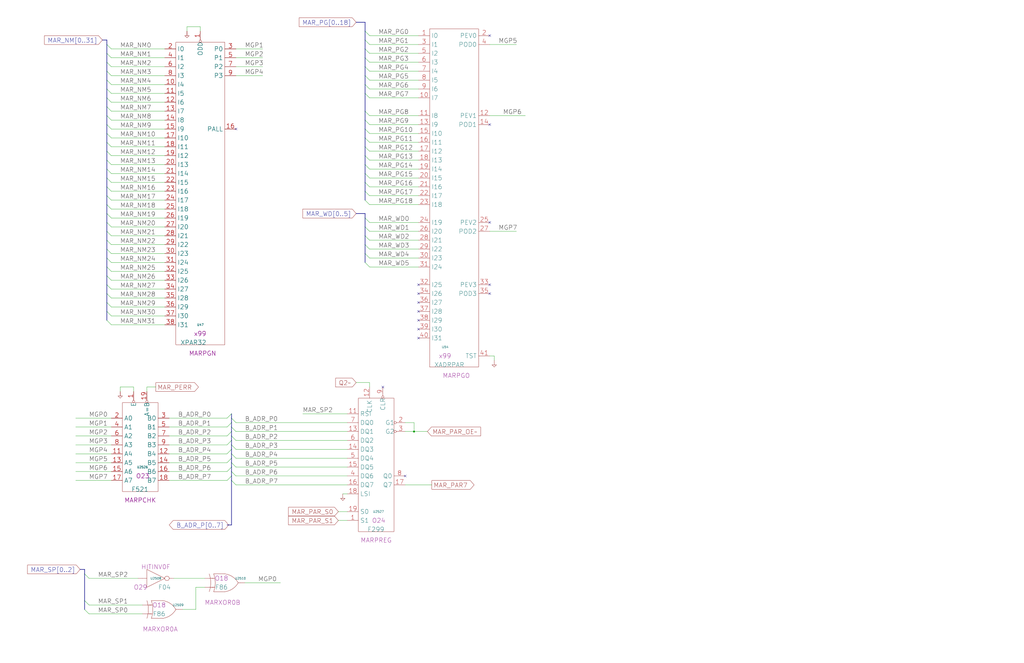
<source format=kicad_sch>
(kicad_sch (version 20230121) (generator eeschema)
  (paper "User" 584.2 378.46)
  (title_block (title "ADDRESS\\nPARITY AND HASH") (date "08-MAR-90") (rev "0.0") (comment 1 "MEM32 BOARD") (comment 2 "232-003066") (comment 3 "S400") (comment 4 "RELEASED"))
  (lib_symbols
    (symbol "r1000:F04" (pin_numbers hide) (pin_names hide)
      (property "Reference" "U" (at 0 0 0))
      (property "Value" "F04" (at 1.27 -5.08 0))
      (property "Location" "___" (at -12.7 -5.08 0))
      (property "Name" "______" (at 0 5.08 0))
      (symbol "F04_0_1"
        (polyline (pts (xy -7.62 0) (xy -5.08 0)) (stroke (width 0.1524)))
        (polyline (pts (xy -5.08 5.08) (xy -5.08 -5.08)) (stroke (width 0.1524)))
        (polyline (pts (xy 5.08 0) (xy -5.08 -5.08)) (stroke (width 0.1524)))
        (polyline (pts (xy 5.08 0) (xy -5.08 5.08)) (stroke (width 0.1524)))
        (circle (center 6.35 0) (radius 1.27) (stroke (width 0.1524)))
      )
      (symbol "F04_1_1"
        (pin input line (at -10.16 0 0) (length 2.54) (name "D0") (number "1"))
        (pin output line (at 10.16 0 180) (length 2.54) (name "Q") (number "2"))
      )
    )
    (symbol "r1000:F299" (pin_names (offset 1.016))
      (property "Reference" "U" (at 2.54 5.08 0))
      (property "Value" "F299" (at -3.81 -5.08 0))
      (property "Location" "___" (at -1.27 0 0))
      (property "Name" "______" (at 1.27 -12.7 0))
      (symbol "F299_1_1"
        (rectangle (start -8.89 69.85) (end 11.43 -6.35))
        (circle (center 5.08 70.485) (radius 0.635))
        (circle (center 12.065 50.8) (radius 0.635))
        (circle (center 12.065 55.88) (radius 0.635))
        (pin input line (at -15.24 0 0) (length 6.35) (name "S1") (number "1"))
        (pin input line (at -15.24 60.96 0) (length 6.35) (name "RSI") (number "11"))
        (pin input line (at -2.54 76.2 270) (length 6.35) (name "CLK") (number "12"))
        (pin bidirectional line (at -15.24 50.8 0) (length 6.35) (name "DQ1") (number "13"))
        (pin bidirectional line (at -15.24 40.64 0) (length 6.35) (name "DQ3") (number "14"))
        (pin bidirectional line (at -15.24 30.48 0) (length 6.35) (name "DQ5") (number "15"))
        (pin bidirectional line (at -15.24 20.32 0) (length 6.35) (name "DQ7") (number "16"))
        (pin output line (at 17.78 20.32 180) (length 6.35) (name "Q7") (number "17"))
        (pin input line (at -15.24 15.24 0) (length 6.35) (name "LSI") (number "18"))
        (pin input line (at -15.24 5.08 0) (length 6.35) (name "S0") (number "19"))
        (pin input line (at 17.78 55.88 180) (length 5.08) (name "G1") (number "2"))
        (pin input line (at 17.78 50.8 180) (length 5.08) (name "G2") (number "3"))
        (pin bidirectional line (at -15.24 25.4 0) (length 6.35) (name "DQ6") (number "4"))
        (pin bidirectional line (at -15.24 35.56 0) (length 6.35) (name "DQ4") (number "5"))
        (pin bidirectional line (at -15.24 45.72 0) (length 6.35) (name "DQ2") (number "6"))
        (pin bidirectional line (at -15.24 55.88 0) (length 6.35) (name "DQ0") (number "7"))
        (pin output line (at 17.78 25.4 180) (length 6.35) (name "Q0") (number "8"))
        (pin input line (at 5.08 76.2 270) (length 5.08) (name "CLR") (number "9"))
      )
    )
    (symbol "r1000:F521" (pin_names (offset 1.016))
      (property "Reference" "U" (at 2.54 5.08 0))
      (property "Value" "F521" (at -3.81 -7.62 0))
      (property "Location" "___" (at -1.27 0 0))
      (property "Name" "______" (at 1.27 -15.24 0))
      (symbol "F521_1_1"
        (rectangle (start -8.89 41.91) (end 11.43 -8.89))
        (circle (center -2.54 42.545) (radius 0.635))
        (circle (center 5.08 42.545) (radius 0.635))
        (pin input line (at -2.54 48.26 270) (length 5.08) (name "E") (number "1"))
        (pin input line (at -15.24 12.7 0) (length 6.35) (name "A4") (number "11"))
        (pin input line (at 17.78 12.7 180) (length 6.35) (name "B4") (number "12"))
        (pin input line (at -15.24 7.62 0) (length 6.35) (name "A5") (number "13"))
        (pin input line (at 17.78 7.62 180) (length 6.35) (name "B5") (number "14"))
        (pin input line (at -15.24 2.54 0) (length 6.35) (name "A6") (number "15"))
        (pin input line (at 17.78 2.54 180) (length 6.35) (name "B6") (number "16"))
        (pin input line (at -15.24 -2.54 0) (length 6.35) (name "A7") (number "17"))
        (pin input line (at 17.78 -2.54 180) (length 6.35) (name "B7") (number "18"))
        (pin output line (at 5.08 48.26 270) (length 5.08) (name "A=B") (number "19"))
        (pin input line (at -15.24 33.02 0) (length 6.35) (name "A0") (number "2"))
        (pin input line (at 17.78 33.02 180) (length 6.35) (name "B0") (number "3"))
        (pin input line (at -15.24 27.94 0) (length 6.35) (name "A1") (number "4"))
        (pin input line (at 17.78 27.94 180) (length 6.35) (name "B1") (number "5"))
        (pin input line (at -15.24 22.86 0) (length 6.35) (name "A2") (number "6"))
        (pin input line (at 17.78 22.86 180) (length 6.35) (name "B2") (number "7"))
        (pin input line (at -15.24 17.78 0) (length 6.35) (name "A3") (number "8"))
        (pin input line (at 17.78 17.78 180) (length 6.35) (name "B3") (number "9"))
      )
    )
    (symbol "r1000:F86" (pin_numbers hide) (pin_names hide)
      (property "Reference" "U" (at 12.7 2.54 0))
      (property "Value" "F86" (at 1.905 -2.54 0))
      (property "Location" "___" (at 1.905 2.54 0))
      (property "Name" "______" (at 2.54 -12.7 0))
      (symbol "F86_0_0"
        (arc (start -5.0873 -5.08) (mid -4.2626 0) (end -5.0873 5.08) (stroke (width 0.1524)))
        (arc (start -2.5473 -5.08) (mid -1.7226 0) (end -2.5473 5.08) (stroke (width 0.1524)))
        (polyline (pts (xy -2.54 -5.08) (xy 3.81 -5.08)) (stroke (width 0.1524)))
        (polyline (pts (xy -2.54 5.08) (xy 3.81 5.08)) (stroke (width 0.1524)))
        (arc (start 3.81 -5.08) (mid 8.2204 -3.4405) (end 11.43 0) (stroke (width 0.1524)))
        (arc (start 11.43 0) (mid 8.2216 3.4424) (end 3.81 5.08) (stroke (width 0.1524)))
      )
      (symbol "F86_0_1"
        (polyline (pts (xy -3.81 -2.54) (xy -1.905 -2.54)) (stroke (width 0.1524)))
        (polyline (pts (xy -3.81 2.54) (xy -1.905 2.54)) (stroke (width 0.1524)))
        (polyline (pts (xy 12.7 0) (xy 11.43 0)) (stroke (width 0.1524)))
      )
      (symbol "F86_1_1"
        (pin input line (at -7.62 2.54 0) (length 5.08) (name "D0") (number "1"))
        (pin input line (at -7.62 -2.54 0) (length 5.08) (name "D1") (number "2"))
        (pin output line (at 15.24 0 180) (length 2.54) (name "Q") (number "3"))
      )
    )
    (symbol "r1000:PD" (power) (pin_numbers hide) (pin_names hide) (in_bom no)
      (symbol "PD_0_1"
        (polyline (pts (xy 0 -2.54) (xy 1.27 -2.54) (xy 0 -3.81) (xy -1.27 -2.54) (xy 0 -2.54)) (stroke (width 0.1524)))
      )
      (symbol "PD_1_1"
        (pin power_in line (at 0 0 270) (length 2.54) (name "PD") (number "1"))
      )
    )
    (symbol "r1000:XADRPAR" (pin_names (offset 1.016))
      (property "Reference" "U" (at 2.54 5.08 0))
      (property "Value" "XADRPAR" (at -3.81 -5.08 0))
      (property "Location" "___" (at -1.27 0 0))
      (property "Name" "______" (at 8.89 -12.7 0))
      (symbol "XADRPAR_1_1"
        (rectangle (start -6.35 186.69) (end 21.59 -6.35))
        (pin input line (at -12.7 182.88 0) (length 6.35) (name "I0") (number "1"))
        (pin input line (at -12.7 147.32 0) (length 6.35) (name "I7") (number "10"))
        (pin input line (at -12.7 137.16 0) (length 6.35) (name "I8") (number "11"))
        (pin output line (at 27.94 137.16 180) (length 6.35) (name "PEV1") (number "12"))
        (pin input line (at -12.7 132.08 0) (length 6.35) (name "I9") (number "13"))
        (pin output line (at 27.94 132.08 180) (length 6.35) (name "POD1") (number "14"))
        (pin input line (at -12.7 127 0) (length 6.35) (name "I10") (number "15"))
        (pin input line (at -12.7 121.92 0) (length 6.35) (name "I11") (number "16"))
        (pin input line (at -12.7 116.84 0) (length 6.35) (name "I12") (number "17"))
        (pin input line (at -12.7 111.76 0) (length 6.35) (name "I13") (number "18"))
        (pin input line (at -12.7 106.68 0) (length 6.35) (name "I14") (number "19"))
        (pin output line (at 27.94 182.88 180) (length 6.35) (name "PEV0") (number "2"))
        (pin input line (at -12.7 101.6 0) (length 6.35) (name "I15") (number "20"))
        (pin input line (at -12.7 96.52 0) (length 6.35) (name "I16") (number "21"))
        (pin input line (at -12.7 91.44 0) (length 6.35) (name "I17") (number "22"))
        (pin input line (at -12.7 86.36 0) (length 6.35) (name "I18") (number "23"))
        (pin input line (at -12.7 76.2 0) (length 6.35) (name "I19") (number "24"))
        (pin output line (at 27.94 76.2 180) (length 6.35) (name "PEV2") (number "25"))
        (pin input line (at -12.7 71.12 0) (length 6.35) (name "I20") (number "26"))
        (pin output line (at 27.94 71.12 180) (length 6.35) (name "POD2") (number "27"))
        (pin input line (at -12.7 66.04 0) (length 6.35) (name "I21") (number "28"))
        (pin input line (at -12.7 60.96 0) (length 6.35) (name "I22") (number "29"))
        (pin input line (at -12.7 177.8 0) (length 6.35) (name "I1") (number "3"))
        (pin input line (at -12.7 55.88 0) (length 6.35) (name "I23") (number "30"))
        (pin input line (at -12.7 50.8 0) (length 6.35) (name "I24") (number "31"))
        (pin input line (at -12.7 40.64 0) (length 6.35) (name "I25") (number "32"))
        (pin output line (at 27.94 40.64 180) (length 6.35) (name "PEV3") (number "33"))
        (pin input line (at -12.7 35.56 0) (length 6.35) (name "I26") (number "34"))
        (pin output line (at 27.94 35.56 180) (length 6.35) (name "POD3") (number "35"))
        (pin input line (at -12.7 30.48 0) (length 6.35) (name "I27") (number "36"))
        (pin input line (at -12.7 25.4 0) (length 6.35) (name "I28") (number "37"))
        (pin input line (at -12.7 20.32 0) (length 6.35) (name "I29") (number "38"))
        (pin input line (at -12.7 15.24 0) (length 6.35) (name "I30") (number "39"))
        (pin output line (at 27.94 177.8 180) (length 6.35) (name "POD0") (number "4"))
        (pin input line (at -12.7 10.16 0) (length 6.35) (name "I31") (number "40"))
        (pin input line (at 27.94 0 180) (length 6.35) (name "TST") (number "41"))
        (pin input line (at -12.7 172.72 0) (length 6.35) (name "I2") (number "5"))
        (pin input line (at -12.7 167.64 0) (length 6.35) (name "I3") (number "6"))
        (pin input line (at -12.7 162.56 0) (length 6.35) (name "I4") (number "7"))
        (pin input line (at -12.7 157.48 0) (length 6.35) (name "I5") (number "8"))
        (pin input line (at -12.7 152.4 0) (length 6.35) (name "I6") (number "9"))
      )
    )
    (symbol "r1000:XPAR32" (pin_names (offset 1.016))
      (property "Reference" "U" (at 2.54 5.08 0))
      (property "Value" "XPAR32" (at -8.89 -5.08 0))
      (property "Location" "___" (at -1.27 0 0))
      (property "Name" "______" (at 3.81 -12.7 0))
      (symbol "XPAR32_1_1"
        (rectangle (start -11.43 166.37) (end 16.51 -6.35))
        (circle (center 2.54 167.005) (radius 0.635))
        (pin input line (at 2.54 172.72 270) (length 5.08) (name "ODD") (number "1"))
        (pin input line (at -17.78 142.24 0) (length 6.35) (name "I4") (number "10"))
        (pin input line (at -17.78 137.16 0) (length 6.35) (name "I5") (number "11"))
        (pin input line (at -17.78 132.08 0) (length 6.35) (name "I6") (number "12"))
        (pin input line (at -17.78 127 0) (length 6.35) (name "I7") (number "13"))
        (pin input line (at -17.78 121.92 0) (length 6.35) (name "I8") (number "14"))
        (pin input line (at -17.78 116.84 0) (length 6.35) (name "I9") (number "15"))
        (pin output line (at 22.86 116.84 180) (length 6.35) (name "PALL") (number "16"))
        (pin input line (at -17.78 111.76 0) (length 6.35) (name "I10") (number "17"))
        (pin input line (at -17.78 106.68 0) (length 6.35) (name "I11") (number "18"))
        (pin input line (at -17.78 101.6 0) (length 6.35) (name "I12") (number "19"))
        (pin input line (at -17.78 162.56 0) (length 6.35) (name "I0") (number "2"))
        (pin input line (at -17.78 96.52 0) (length 6.35) (name "I13") (number "20"))
        (pin input line (at -17.78 91.44 0) (length 6.35) (name "I14") (number "21"))
        (pin input line (at -17.78 86.36 0) (length 6.35) (name "I15") (number "22"))
        (pin input line (at -17.78 81.28 0) (length 6.35) (name "I16") (number "23"))
        (pin input line (at -17.78 76.2 0) (length 6.35) (name "I17") (number "24"))
        (pin input line (at -17.78 71.12 0) (length 6.35) (name "I18") (number "25"))
        (pin input line (at -17.78 66.04 0) (length 6.35) (name "I19") (number "26"))
        (pin input line (at -17.78 60.96 0) (length 6.35) (name "I20") (number "27"))
        (pin input line (at -17.78 55.88 0) (length 6.35) (name "I21") (number "28"))
        (pin input line (at -17.78 50.8 0) (length 6.35) (name "I22") (number "29"))
        (pin output line (at 22.86 162.56 180) (length 6.35) (name "P0") (number "3"))
        (pin input line (at -17.78 45.72 0) (length 6.35) (name "I23") (number "30"))
        (pin input line (at -17.78 40.64 0) (length 6.35) (name "I24") (number "31"))
        (pin input line (at -17.78 35.56 0) (length 6.35) (name "I25") (number "32"))
        (pin input line (at -17.78 30.48 0) (length 6.35) (name "I26") (number "33"))
        (pin input line (at -17.78 25.4 0) (length 6.35) (name "I27") (number "34"))
        (pin input line (at -17.78 20.32 0) (length 6.35) (name "I28") (number "35"))
        (pin input line (at -17.78 15.24 0) (length 6.35) (name "I29") (number "36"))
        (pin input line (at -17.78 10.16 0) (length 6.35) (name "I30") (number "37"))
        (pin input line (at -17.78 5.08 0) (length 6.35) (name "I31") (number "38"))
        (pin input line (at -17.78 157.48 0) (length 6.35) (name "I1") (number "4"))
        (pin output line (at 22.86 157.48 180) (length 6.35) (name "P1") (number "5"))
        (pin input line (at -17.78 152.4 0) (length 6.35) (name "I2") (number "6"))
        (pin output line (at 22.86 152.4 180) (length 6.35) (name "P2") (number "7"))
        (pin input line (at -17.78 147.32 0) (length 6.35) (name "I3") (number "8"))
        (pin output line (at 22.86 147.32 180) (length 6.35) (name "P3") (number "9"))
      )
    )
  )
  (junction (at 236.22 246.38))
  (no_connect (at 238.76 177.8))
  (no_connect (at 238.76 187.96))
  (no_connect (at 279.4 162.56))
  (no_connect (at 279.4 127))
  (no_connect (at 279.4 167.64))
  (no_connect (at 238.76 162.56))
  (no_connect (at 238.76 182.88))
  (no_connect (at 134.62 73.66))
  (no_connect (at 218.44 220.98))
  (no_connect (at 238.76 193.04))
  (no_connect (at 231.14 271.78))
  (no_connect (at 238.76 167.64))
  (no_connect (at 279.4 20.32))
  (no_connect (at 279.4 71.12))
  (no_connect (at 238.76 172.72))
  (bus_entry (at 132.08 269.24) (size 2.54 2.54))
  (bus_entry (at 60.96 116.84) (size 2.54 2.54))
  (bus_entry (at 60.96 60.96) (size 2.54 2.54))
  (bus_entry (at 60.96 45.72) (size 2.54 2.54))
  (bus_entry (at 60.96 177.8) (size 2.54 2.54))
  (bus_entry (at 60.96 167.64) (size 2.54 2.54))
  (bus_entry (at 208.28 48.26) (size 2.54 2.54))
  (bus_entry (at 60.96 172.72) (size 2.54 2.54))
  (bus_entry (at 208.28 38.1) (size 2.54 2.54))
  (bus_entry (at 60.96 55.88) (size 2.54 2.54))
  (bus_entry (at 132.08 238.76) (size 2.54 2.54))
  (bus_entry (at 60.96 81.28) (size 2.54 2.54))
  (bus_entry (at 208.28 99.06) (size 2.54 2.54))
  (bus_entry (at 132.08 256.54) (size -2.54 2.54))
  (bus_entry (at 132.08 274.32) (size 2.54 2.54))
  (bus_entry (at 60.96 132.08) (size 2.54 2.54))
  (bus_entry (at 60.96 137.16) (size 2.54 2.54))
  (bus_entry (at 60.96 162.56) (size 2.54 2.54))
  (bus_entry (at 208.28 124.46) (size 2.54 2.54))
  (bus_entry (at 208.28 83.82) (size 2.54 2.54))
  (bus_entry (at 60.96 157.48) (size 2.54 2.54))
  (bus_entry (at 60.96 35.56) (size 2.54 2.54))
  (bus_entry (at 208.28 78.74) (size 2.54 2.54))
  (bus_entry (at 132.08 266.7) (size -2.54 2.54))
  (bus_entry (at 208.28 144.78) (size 2.54 2.54))
  (bus_entry (at 60.96 182.88) (size 2.54 2.54))
  (bus_entry (at 132.08 248.92) (size 2.54 2.54))
  (bus_entry (at 48.26 347.98) (size 2.54 2.54))
  (bus_entry (at 60.96 127) (size 2.54 2.54))
  (bus_entry (at 60.96 147.32) (size 2.54 2.54))
  (bus_entry (at 208.28 129.54) (size 2.54 2.54))
  (bus_entry (at 60.96 106.68) (size 2.54 2.54))
  (bus_entry (at 60.96 121.92) (size 2.54 2.54))
  (bus_entry (at 208.28 68.58) (size 2.54 2.54))
  (bus_entry (at 48.26 327.66) (size 2.54 2.54))
  (bus_entry (at 60.96 142.24) (size 2.54 2.54))
  (bus_entry (at 132.08 251.46) (size -2.54 2.54))
  (bus_entry (at 208.28 88.9) (size 2.54 2.54))
  (bus_entry (at 132.08 241.3) (size -2.54 2.54))
  (bus_entry (at 208.28 93.98) (size 2.54 2.54))
  (bus_entry (at 60.96 66.04) (size 2.54 2.54))
  (bus_entry (at 60.96 152.4) (size 2.54 2.54))
  (bus_entry (at 60.96 111.76) (size 2.54 2.54))
  (bus_entry (at 132.08 236.22) (size -2.54 2.54))
  (bus_entry (at 132.08 246.38) (size -2.54 2.54))
  (bus_entry (at 132.08 254) (size 2.54 2.54))
  (bus_entry (at 132.08 243.84) (size 2.54 2.54))
  (bus_entry (at 208.28 53.34) (size 2.54 2.54))
  (bus_entry (at 60.96 86.36) (size 2.54 2.54))
  (bus_entry (at 208.28 109.22) (size 2.54 2.54))
  (bus_entry (at 208.28 43.18) (size 2.54 2.54))
  (bus_entry (at 208.28 63.5) (size 2.54 2.54))
  (bus_entry (at 132.08 259.08) (size 2.54 2.54))
  (bus_entry (at 60.96 76.2) (size 2.54 2.54))
  (bus_entry (at 60.96 101.6) (size 2.54 2.54))
  (bus_entry (at 132.08 264.16) (size 2.54 2.54))
  (bus_entry (at 132.08 261.62) (size -2.54 2.54))
  (bus_entry (at 60.96 50.8) (size 2.54 2.54))
  (bus_entry (at 208.28 73.66) (size 2.54 2.54))
  (bus_entry (at 208.28 27.94) (size 2.54 2.54))
  (bus_entry (at 208.28 114.3) (size 2.54 2.54))
  (bus_entry (at 60.96 71.12) (size 2.54 2.54))
  (bus_entry (at 208.28 17.78) (size 2.54 2.54))
  (bus_entry (at 60.96 40.64) (size 2.54 2.54))
  (bus_entry (at 60.96 91.44) (size 2.54 2.54))
  (bus_entry (at 208.28 134.62) (size 2.54 2.54))
  (bus_entry (at 132.08 271.78) (size -2.54 2.54))
  (bus_entry (at 208.28 22.86) (size 2.54 2.54))
  (bus_entry (at 60.96 30.48) (size 2.54 2.54))
  (bus_entry (at 208.28 104.14) (size 2.54 2.54))
  (bus_entry (at 48.26 342.9) (size 2.54 2.54))
  (bus_entry (at 208.28 33.02) (size 2.54 2.54))
  (bus_entry (at 208.28 139.7) (size 2.54 2.54))
  (bus_entry (at 60.96 96.52) (size 2.54 2.54))
  (bus_entry (at 60.96 25.4) (size 2.54 2.54))
  (bus_entry (at 208.28 149.86) (size 2.54 2.54))
  (bus (pts (xy 45.72 325.12) (xy 48.26 325.12)))
  (wire (pts (xy 210.82 96.52) (xy 238.76 96.52)))
  (wire (pts (xy 210.82 76.2) (xy 238.76 76.2)))
  (bus (pts (xy 58.42 22.86) (xy 60.96 22.86)))
  (wire (pts (xy 43.18 264.16) (xy 63.5 264.16)))
  (wire (pts (xy 96.52 264.16) (xy 129.54 264.16)))
  (wire (pts (xy 210.82 101.6) (xy 238.76 101.6)))
  (bus (pts (xy 208.28 68.58) (xy 208.28 73.66)))
  (bus (pts (xy 60.96 96.52) (xy 60.96 101.6)))
  (bus (pts (xy 60.96 111.76) (xy 60.96 116.84)))
  (wire (pts (xy 210.82 132.08) (xy 238.76 132.08)))
  (wire (pts (xy 281.94 205.74) (xy 281.94 203.2)))
  (bus (pts (xy 132.08 251.46) (xy 132.08 254)))
  (bus (pts (xy 60.96 142.24) (xy 60.96 147.32)))
  (wire (pts (xy 210.82 20.32) (xy 238.76 20.32)))
  (wire (pts (xy 96.52 269.24) (xy 129.54 269.24)))
  (wire (pts (xy 63.5 175.26) (xy 93.98 175.26)))
  (bus (pts (xy 208.28 73.66) (xy 208.28 78.74)))
  (wire (pts (xy 134.62 241.3) (xy 198.12 241.3)))
  (wire (pts (xy 210.82 116.84) (xy 238.76 116.84)))
  (wire (pts (xy 210.82 81.28) (xy 238.76 81.28)))
  (bus (pts (xy 132.08 269.24) (xy 132.08 271.78)))
  (wire (pts (xy 63.5 114.3) (xy 93.98 114.3)))
  (wire (pts (xy 50.8 350.52) (xy 81.28 350.52)))
  (wire (pts (xy 63.5 38.1) (xy 93.98 38.1)))
  (wire (pts (xy 63.5 170.18) (xy 93.98 170.18)))
  (wire (pts (xy 63.5 93.98) (xy 93.98 93.98)))
  (wire (pts (xy 63.5 78.74) (xy 93.98 78.74)))
  (wire (pts (xy 139.7 332.74) (xy 160.02 332.74)))
  (bus (pts (xy 132.08 236.22) (xy 132.08 238.76)))
  (wire (pts (xy 210.82 137.16) (xy 238.76 137.16)))
  (bus (pts (xy 208.28 83.82) (xy 208.28 88.9)))
  (wire (pts (xy 63.5 134.62) (xy 93.98 134.62)))
  (bus (pts (xy 132.08 248.92) (xy 132.08 251.46)))
  (wire (pts (xy 236.22 241.3) (xy 231.14 241.3)))
  (wire (pts (xy 210.82 71.12) (xy 238.76 71.12)))
  (wire (pts (xy 63.5 48.26) (xy 93.98 48.26)))
  (wire (pts (xy 96.52 248.92) (xy 129.54 248.92)))
  (bus (pts (xy 60.96 55.88) (xy 60.96 60.96)))
  (bus (pts (xy 60.96 132.08) (xy 60.96 137.16)))
  (wire (pts (xy 63.5 109.22) (xy 93.98 109.22)))
  (wire (pts (xy 104.14 347.98) (xy 111.76 347.98)))
  (wire (pts (xy 210.82 147.32) (xy 238.76 147.32)))
  (wire (pts (xy 63.5 139.7) (xy 93.98 139.7)))
  (wire (pts (xy 281.94 203.2) (xy 279.4 203.2)))
  (bus (pts (xy 60.96 157.48) (xy 60.96 162.56)))
  (wire (pts (xy 96.52 259.08) (xy 129.54 259.08)))
  (bus (pts (xy 60.96 25.4) (xy 60.96 30.48)))
  (bus (pts (xy 60.96 81.28) (xy 60.96 86.36)))
  (bus (pts (xy 208.28 48.26) (xy 208.28 53.34)))
  (bus (pts (xy 208.28 121.92) (xy 208.28 124.46)))
  (bus (pts (xy 60.96 76.2) (xy 60.96 81.28)))
  (wire (pts (xy 88.9 220.98) (xy 83.82 220.98)))
  (wire (pts (xy 63.5 144.78) (xy 93.98 144.78)))
  (wire (pts (xy 193.04 297.18) (xy 198.12 297.18)))
  (wire (pts (xy 63.5 129.54) (xy 93.98 129.54)))
  (wire (pts (xy 43.18 269.24) (xy 63.5 269.24)))
  (wire (pts (xy 63.5 180.34) (xy 93.98 180.34)))
  (bus (pts (xy 132.08 238.76) (xy 132.08 241.3)))
  (wire (pts (xy 50.8 330.2) (xy 78.74 330.2)))
  (bus (pts (xy 208.28 27.94) (xy 208.28 33.02)))
  (wire (pts (xy 106.68 15.24) (xy 114.3 15.24)))
  (bus (pts (xy 60.96 106.68) (xy 60.96 111.76)))
  (wire (pts (xy 63.5 43.18) (xy 93.98 43.18)))
  (wire (pts (xy 279.4 66.04) (xy 299.72 66.04)))
  (bus (pts (xy 60.96 137.16) (xy 60.96 142.24)))
  (bus (pts (xy 60.96 50.8) (xy 60.96 55.88)))
  (wire (pts (xy 210.82 30.48) (xy 238.76 30.48)))
  (wire (pts (xy 99.06 330.2) (xy 116.84 330.2)))
  (wire (pts (xy 63.5 63.5) (xy 93.98 63.5)))
  (wire (pts (xy 279.4 132.08) (xy 294.64 132.08)))
  (bus (pts (xy 48.26 342.9) (xy 48.26 347.98)))
  (wire (pts (xy 96.52 243.84) (xy 129.54 243.84)))
  (wire (pts (xy 134.62 266.7) (xy 198.12 266.7)))
  (bus (pts (xy 132.08 259.08) (xy 132.08 261.62)))
  (wire (pts (xy 43.18 254) (xy 63.5 254)))
  (bus (pts (xy 208.28 53.34) (xy 208.28 63.5)))
  (bus (pts (xy 60.96 86.36) (xy 60.96 91.44)))
  (wire (pts (xy 210.82 142.24) (xy 238.76 142.24)))
  (bus (pts (xy 132.08 254) (xy 132.08 256.54)))
  (bus (pts (xy 48.26 325.12) (xy 48.26 327.66)))
  (wire (pts (xy 210.82 127) (xy 238.76 127)))
  (wire (pts (xy 43.18 248.92) (xy 63.5 248.92)))
  (bus (pts (xy 208.28 134.62) (xy 208.28 139.7)))
  (wire (pts (xy 231.14 276.86) (xy 246.38 276.86)))
  (wire (pts (xy 63.5 83.82) (xy 93.98 83.82)))
  (bus (pts (xy 60.96 152.4) (xy 60.96 157.48)))
  (wire (pts (xy 63.5 58.42) (xy 93.98 58.42)))
  (bus (pts (xy 208.28 104.14) (xy 208.28 109.22)))
  (bus (pts (xy 208.28 129.54) (xy 208.28 134.62)))
  (wire (pts (xy 63.5 119.38) (xy 93.98 119.38)))
  (bus (pts (xy 208.28 17.78) (xy 208.28 22.86)))
  (bus (pts (xy 60.96 167.64) (xy 60.96 172.72)))
  (wire (pts (xy 210.82 91.44) (xy 238.76 91.44)))
  (wire (pts (xy 134.62 246.38) (xy 198.12 246.38)))
  (wire (pts (xy 63.5 53.34) (xy 93.98 53.34)))
  (wire (pts (xy 210.82 25.4) (xy 238.76 25.4)))
  (wire (pts (xy 63.5 160.02) (xy 93.98 160.02)))
  (wire (pts (xy 134.62 276.86) (xy 198.12 276.86)))
  (wire (pts (xy 83.82 220.98) (xy 83.82 223.52)))
  (bus (pts (xy 132.08 264.16) (xy 132.08 266.7)))
  (bus (pts (xy 60.96 172.72) (xy 60.96 177.8)))
  (wire (pts (xy 63.5 73.66) (xy 93.98 73.66)))
  (wire (pts (xy 210.82 40.64) (xy 238.76 40.64)))
  (bus (pts (xy 208.28 63.5) (xy 208.28 68.58)))
  (bus (pts (xy 132.08 271.78) (xy 132.08 274.32)))
  (wire (pts (xy 63.5 185.42) (xy 93.98 185.42)))
  (bus (pts (xy 60.96 147.32) (xy 60.96 152.4)))
  (bus (pts (xy 132.08 261.62) (xy 132.08 264.16)))
  (bus (pts (xy 60.96 121.92) (xy 60.96 127)))
  (wire (pts (xy 210.82 35.56) (xy 238.76 35.56)))
  (wire (pts (xy 134.62 271.78) (xy 198.12 271.78)))
  (wire (pts (xy 43.18 243.84) (xy 63.5 243.84)))
  (wire (pts (xy 63.5 104.14) (xy 93.98 104.14)))
  (wire (pts (xy 63.5 68.58) (xy 93.98 68.58)))
  (wire (pts (xy 43.18 259.08) (xy 63.5 259.08)))
  (wire (pts (xy 43.18 238.76) (xy 63.5 238.76)))
  (wire (pts (xy 210.82 152.4) (xy 238.76 152.4)))
  (wire (pts (xy 96.52 274.32) (xy 129.54 274.32)))
  (wire (pts (xy 50.8 345.44) (xy 81.28 345.44)))
  (wire (pts (xy 63.5 88.9) (xy 93.98 88.9)))
  (bus (pts (xy 208.28 43.18) (xy 208.28 48.26)))
  (bus (pts (xy 208.28 38.1) (xy 208.28 43.18)))
  (bus (pts (xy 60.96 116.84) (xy 60.96 121.92)))
  (bus (pts (xy 203.2 121.92) (xy 208.28 121.92)))
  (bus (pts (xy 208.28 78.74) (xy 208.28 83.82)))
  (wire (pts (xy 76.2 220.98) (xy 76.2 223.52)))
  (bus (pts (xy 208.28 109.22) (xy 208.28 114.3)))
  (bus (pts (xy 208.28 139.7) (xy 208.28 144.78)))
  (wire (pts (xy 134.62 43.18) (xy 149.86 43.18)))
  (bus (pts (xy 208.28 33.02) (xy 208.28 38.1)))
  (wire (pts (xy 210.82 50.8) (xy 238.76 50.8)))
  (wire (pts (xy 195.58 281.94) (xy 198.12 281.94)))
  (wire (pts (xy 210.82 45.72) (xy 238.76 45.72)))
  (bus (pts (xy 132.08 241.3) (xy 132.08 243.84)))
  (bus (pts (xy 60.96 35.56) (xy 60.96 40.64)))
  (wire (pts (xy 210.82 218.44) (xy 210.82 220.98)))
  (bus (pts (xy 129.54 299.72) (xy 132.08 299.72)))
  (bus (pts (xy 208.28 88.9) (xy 208.28 93.98)))
  (bus (pts (xy 132.08 243.84) (xy 132.08 246.38)))
  (bus (pts (xy 208.28 144.78) (xy 208.28 149.86)))
  (bus (pts (xy 60.96 45.72) (xy 60.96 50.8)))
  (bus (pts (xy 208.28 99.06) (xy 208.28 104.14)))
  (wire (pts (xy 210.82 86.36) (xy 238.76 86.36)))
  (wire (pts (xy 279.4 25.4) (xy 294.64 25.4)))
  (wire (pts (xy 96.52 238.76) (xy 129.54 238.76)))
  (wire (pts (xy 63.5 165.1) (xy 93.98 165.1)))
  (wire (pts (xy 134.62 38.1) (xy 149.86 38.1)))
  (wire (pts (xy 210.82 55.88) (xy 238.76 55.88)))
  (bus (pts (xy 60.96 127) (xy 60.96 132.08)))
  (bus (pts (xy 48.26 327.66) (xy 48.26 342.9)))
  (wire (pts (xy 63.5 149.86) (xy 93.98 149.86)))
  (wire (pts (xy 210.82 66.04) (xy 238.76 66.04)))
  (bus (pts (xy 132.08 246.38) (xy 132.08 248.92)))
  (wire (pts (xy 68.58 220.98) (xy 76.2 220.98)))
  (wire (pts (xy 111.76 335.28) (xy 116.84 335.28)))
  (bus (pts (xy 60.96 40.64) (xy 60.96 45.72)))
  (wire (pts (xy 236.22 246.38) (xy 236.22 241.3)))
  (bus (pts (xy 203.2 12.7) (xy 208.28 12.7)))
  (bus (pts (xy 208.28 93.98) (xy 208.28 99.06)))
  (bus (pts (xy 132.08 256.54) (xy 132.08 259.08)))
  (bus (pts (xy 60.96 71.12) (xy 60.96 76.2)))
  (wire (pts (xy 172.72 236.22) (xy 198.12 236.22)))
  (bus (pts (xy 60.96 162.56) (xy 60.96 167.64)))
  (wire (pts (xy 68.58 220.98) (xy 68.58 223.52)))
  (wire (pts (xy 96.52 254) (xy 129.54 254)))
  (bus (pts (xy 60.96 91.44) (xy 60.96 96.52)))
  (bus (pts (xy 60.96 60.96) (xy 60.96 66.04)))
  (wire (pts (xy 63.5 99.06) (xy 93.98 99.06)))
  (wire (pts (xy 134.62 261.62) (xy 198.12 261.62)))
  (bus (pts (xy 132.08 274.32) (xy 132.08 299.72)))
  (wire (pts (xy 114.3 15.24) (xy 114.3 17.78)))
  (wire (pts (xy 63.5 124.46) (xy 93.98 124.46)))
  (bus (pts (xy 60.96 66.04) (xy 60.96 71.12)))
  (wire (pts (xy 111.76 347.98) (xy 111.76 335.28)))
  (wire (pts (xy 231.14 246.38) (xy 236.22 246.38)))
  (wire (pts (xy 106.68 17.78) (xy 106.68 15.24)))
  (bus (pts (xy 132.08 266.7) (xy 132.08 269.24)))
  (wire (pts (xy 43.18 274.32) (xy 63.5 274.32)))
  (wire (pts (xy 63.5 154.94) (xy 93.98 154.94)))
  (wire (pts (xy 134.62 27.94) (xy 149.86 27.94)))
  (wire (pts (xy 134.62 33.02) (xy 149.86 33.02)))
  (wire (pts (xy 134.62 256.54) (xy 198.12 256.54)))
  (wire (pts (xy 210.82 111.76) (xy 238.76 111.76)))
  (wire (pts (xy 236.22 246.38) (xy 243.84 246.38)))
  (bus (pts (xy 208.28 22.86) (xy 208.28 27.94)))
  (wire (pts (xy 134.62 251.46) (xy 198.12 251.46)))
  (bus (pts (xy 60.96 177.8) (xy 60.96 182.88)))
  (bus (pts (xy 60.96 30.48) (xy 60.96 35.56)))
  (wire (pts (xy 210.82 106.68) (xy 238.76 106.68)))
  (bus (pts (xy 60.96 101.6) (xy 60.96 106.68)))
  (wire (pts (xy 63.5 33.02) (xy 93.98 33.02)))
  (wire (pts (xy 193.04 292.1) (xy 198.12 292.1)))
  (wire (pts (xy 63.5 27.94) (xy 93.98 27.94)))
  (bus (pts (xy 208.28 12.7) (xy 208.28 17.78)))
  (wire (pts (xy 203.2 218.44) (xy 210.82 218.44)))
  (bus (pts (xy 60.96 22.86) (xy 60.96 25.4)))
  (bus (pts (xy 208.28 124.46) (xy 208.28 129.54)))
  (label "MAR_NM23" (at 68.58 144.78 0) (effects (font (size 2.54 2.54))))
  (label "MAR_NM30" (at 68.58 180.34 0) (effects (font (size 2.54 2.54))))
  (label "MAR_WD5" (at 215.9 152.4 0) (effects (font (size 2.54 2.54))))
  (label "B_ADR_P6" (at 139.7 271.78 0) (effects (font (size 2.54 2.54))))
  (label "MAR_PG5" (at 215.9 45.72 0) (effects (font (size 2.54 2.54))))
  (label "MAR_NM3" (at 68.58 43.18 0) (effects (font (size 2.54 2.54))))
  (label "MAR_NM18" (at 68.58 119.38 0) (effects (font (size 2.54 2.54))))
  (label "MGP2" (at 139.7 33.02 0) (effects (font (size 2.54 2.54))))
  (label "MAR_NM25" (at 68.58 154.94 0) (effects (font (size 2.54 2.54))))
  (label "MAR_NM14" (at 68.58 99.06 0) (effects (font (size 2.54 2.54))))
  (label "MAR_PG8" (at 215.9 66.04 0) (effects (font (size 2.54 2.54))))
  (label "MAR_NM26" (at 68.58 160.02 0) (effects (font (size 2.54 2.54))))
  (label "MAR_PG6" (at 215.9 50.8 0) (effects (font (size 2.54 2.54))))
  (label "MGP3" (at 139.7 38.1 0) (effects (font (size 2.54 2.54))))
  (label "MGP2" (at 50.8 248.92 0) (effects (font (size 2.54 2.54))))
  (label "MAR_PG3" (at 215.9 35.56 0) (effects (font (size 2.54 2.54))))
  (label "MAR_PG17" (at 215.9 111.76 0) (effects (font (size 2.54 2.54))))
  (label "MGP6" (at 50.8 269.24 0) (effects (font (size 2.54 2.54))))
  (label "MGP1" (at 50.8 243.84 0) (effects (font (size 2.54 2.54))))
  (label "B_ADR_P4" (at 139.7 261.62 0) (effects (font (size 2.54 2.54))))
  (label "MAR_NM12" (at 68.58 88.9 0) (effects (font (size 2.54 2.54))))
  (label "MAR_NM16" (at 68.58 109.22 0) (effects (font (size 2.54 2.54))))
  (label "MAR_PG9" (at 215.9 71.12 0) (effects (font (size 2.54 2.54))))
  (label "MAR_NM2" (at 68.58 38.1 0) (effects (font (size 2.54 2.54))))
  (label "MAR_NM22" (at 68.58 139.7 0) (effects (font (size 2.54 2.54))))
  (label "B_ADR_P2" (at 139.7 251.46 0) (effects (font (size 2.54 2.54))))
  (label "MAR_SP0" (at 55.88 350.52 0) (effects (font (size 2.54 2.54))))
  (label "MGP5" (at 284.48 25.4 0) (effects (font (size 2.54 2.54))))
  (label "MAR_NM0" (at 68.58 27.94 0) (effects (font (size 2.54 2.54))))
  (label "MAR_NM24" (at 68.58 149.86 0) (effects (font (size 2.54 2.54))))
  (label "MGP6" (at 287.02 66.04 0) (effects (font (size 2.54 2.54))))
  (label "B_ADR_P1" (at 101.6 243.84 0) (effects (font (size 2.54 2.54))))
  (label "B_ADR_P7" (at 101.6 274.32 0) (effects (font (size 2.54 2.54))))
  (label "MAR_NM9" (at 68.58 73.66 0) (effects (font (size 2.54 2.54))))
  (label "MAR_NM19" (at 68.58 124.46 0) (effects (font (size 2.54 2.54))))
  (label "B_ADR_P0" (at 101.6 238.76 0) (effects (font (size 2.54 2.54))))
  (label "MAR_NM31" (at 68.58 185.42 0) (effects (font (size 2.54 2.54))))
  (label "MAR_NM15" (at 68.58 104.14 0) (effects (font (size 2.54 2.54))))
  (label "MAR_NM17" (at 68.58 114.3 0) (effects (font (size 2.54 2.54))))
  (label "MAR_WD0" (at 215.9 127 0) (effects (font (size 2.54 2.54))))
  (label "MAR_NM8" (at 68.58 68.58 0) (effects (font (size 2.54 2.54))))
  (label "B_ADR_P5" (at 139.7 266.7 0) (effects (font (size 2.54 2.54))))
  (label "MAR_PG2" (at 215.9 30.48 0) (effects (font (size 2.54 2.54))))
  (label "MAR_PG11" (at 215.9 81.28 0) (effects (font (size 2.54 2.54))))
  (label "MAR_SP1" (at 55.88 345.44 0) (effects (font (size 2.54 2.54))))
  (label "MGP0" (at 147.32 332.74 0) (effects (font (size 2.54 2.54))))
  (label "MAR_PG4" (at 215.9 40.64 0) (effects (font (size 2.54 2.54))))
  (label "MAR_WD2" (at 215.9 137.16 0) (effects (font (size 2.54 2.54))))
  (label "MAR_PG15" (at 215.9 101.6 0) (effects (font (size 2.54 2.54))))
  (label "MAR_WD4" (at 215.9 147.32 0) (effects (font (size 2.54 2.54))))
  (label "MAR_NM5" (at 68.58 53.34 0) (effects (font (size 2.54 2.54))))
  (label "MAR_NM11" (at 68.58 83.82 0) (effects (font (size 2.54 2.54))))
  (label "MAR_WD1" (at 215.9 132.08 0) (effects (font (size 2.54 2.54))))
  (label "MAR_NM27" (at 68.58 165.1 0) (effects (font (size 2.54 2.54))))
  (label "MAR_SP2" (at 55.88 330.2 0) (effects (font (size 2.54 2.54))))
  (label "MAR_NM6" (at 68.58 58.42 0) (effects (font (size 2.54 2.54))))
  (label "MAR_NM29" (at 68.58 175.26 0) (effects (font (size 2.54 2.54))))
  (label "MAR_PG0" (at 215.9 20.32 0) (effects (font (size 2.54 2.54))))
  (label "MAR_NM13" (at 68.58 93.98 0) (effects (font (size 2.54 2.54))))
  (label "MGP3" (at 50.8 254 0) (effects (font (size 2.54 2.54))))
  (label "MAR_NM20" (at 68.58 129.54 0) (effects (font (size 2.54 2.54))))
  (label "MGP5" (at 50.8 264.16 0) (effects (font (size 2.54 2.54))))
  (label "MAR_PG10" (at 215.9 76.2 0) (effects (font (size 2.54 2.54))))
  (label "MAR_PG18" (at 215.9 116.84 0) (effects (font (size 2.54 2.54))))
  (label "B_ADR_P1" (at 139.7 246.38 0) (effects (font (size 2.54 2.54))))
  (label "B_ADR_P4" (at 101.6 259.08 0) (effects (font (size 2.54 2.54))))
  (label "MGP4" (at 50.8 259.08 0) (effects (font (size 2.54 2.54))))
  (label "B_ADR_P3" (at 101.6 254 0) (effects (font (size 2.54 2.54))))
  (label "B_ADR_P2" (at 101.6 248.92 0) (effects (font (size 2.54 2.54))))
  (label "MGP4" (at 139.7 43.18 0) (effects (font (size 2.54 2.54))))
  (label "MAR_PG16" (at 215.9 106.68 0) (effects (font (size 2.54 2.54))))
  (label "MAR_NM21" (at 68.58 134.62 0) (effects (font (size 2.54 2.54))))
  (label "MAR_NM28" (at 68.58 170.18 0) (effects (font (size 2.54 2.54))))
  (label "MAR_NM1" (at 68.58 33.02 0) (effects (font (size 2.54 2.54))))
  (label "B_ADR_P0" (at 139.7 241.3 0) (effects (font (size 2.54 2.54))))
  (label "B_ADR_P7" (at 139.7 276.86 0) (effects (font (size 2.54 2.54))))
  (label "B_ADR_P3" (at 139.7 256.54 0) (effects (font (size 2.54 2.54))))
  (label "MAR_PG13" (at 215.9 91.44 0) (effects (font (size 2.54 2.54))))
  (label "MAR_SP2" (at 172.72 236.22 0) (effects (font (size 2.54 2.54))))
  (label "MAR_NM10" (at 68.58 78.74 0) (effects (font (size 2.54 2.54))))
  (label "MGP0" (at 50.8 238.76 0) (effects (font (size 2.54 2.54))))
  (label "MAR_NM4" (at 68.58 48.26 0) (effects (font (size 2.54 2.54))))
  (label "MAR_PG14" (at 215.9 96.52 0) (effects (font (size 2.54 2.54))))
  (label "MAR_WD3" (at 215.9 142.24 0) (effects (font (size 2.54 2.54))))
  (label "MAR_PG1" (at 215.9 25.4 0) (effects (font (size 2.54 2.54))))
  (label "B_ADR_P6" (at 101.6 269.24 0) (effects (font (size 2.54 2.54))))
  (label "MGP7" (at 284.48 132.08 0) (effects (font (size 2.54 2.54))))
  (label "MAR_NM7" (at 68.58 63.5 0) (effects (font (size 2.54 2.54))))
  (label "MGP1" (at 139.7 27.94 0) (effects (font (size 2.54 2.54))))
  (label "MGP7" (at 50.8 274.32 0) (effects (font (size 2.54 2.54))))
  (label "MAR_PG12" (at 215.9 86.36 0) (effects (font (size 2.54 2.54))))
  (label "B_ADR_P5" (at 101.6 264.16 0) (effects (font (size 2.54 2.54))))
  (label "MAR_PG7" (at 215.9 55.88 0) (effects (font (size 2.54 2.54))))
  (global_label "MAR_PERR" (shape output) (at 88.9 220.98 0) (effects (font (size 2.54 2.54))) (property "Intersheetrefs" "${INTERSHEET_REFS}" (at 113.1993 220.8213 0) (effects (font (size 1.905 1.905)) (justify left))))
  (global_label "MAR_PAR7" (shape output) (at 246.38 276.86 0) (effects (font (size 2.54 2.54))) (property "Intersheetrefs" "${INTERSHEET_REFS}" (at 270.4374 276.7013 0) (effects (font (size 1.905 1.905)) (justify left))))
  (global_label "MAR_SP[0..2]" (shape input) (at 45.72 325.12 180) (effects (font (size 2.54 2.54))) (property "Intersheetrefs" "${INTERSHEET_REFS}" (at 15.7359 324.9613 0) (effects (font (size 1.905 1.905)) (justify right))))
  (global_label "MAR_WD[0..5]" (shape input) (at 203.2 121.92 180) (effects (font (size 2.54 2.54))) (property "Intersheetrefs" "${INTERSHEET_REFS}" (at 172.7321 121.7613 0) (effects (font (size 1.905 1.905)) (justify right))))
  (global_label "MAR_PAR_S0" (shape input) (at 193.04 292.1 180) (effects (font (size 2.54 2.54))) (property "Intersheetrefs" "${INTERSHEET_REFS}" (at 164.6283 291.9413 0) (effects (font (size 1.905 1.905)) (justify right))))
  (global_label "Q2~" (shape input) (at 203.2 218.44 180) (effects (font (size 2.54 2.54))) (property "Intersheetrefs" "${INTERSHEET_REFS}" (at 186.5207 218.2813 0) (effects (font (size 1.905 1.905)) (justify right))))
  (global_label "MAR_PAR_S1" (shape input) (at 193.04 297.18 180) (effects (font (size 2.54 2.54))) (property "Intersheetrefs" "${INTERSHEET_REFS}" (at 164.6283 297.0213 0) (effects (font (size 1.905 1.905)) (justify right))))
  (global_label "MAR_PAR_OE~" (shape input) (at 243.84 246.38 0) (effects (font (size 2.54 2.54))) (property "Intersheetrefs" "${INTERSHEET_REFS}" (at 274.187 246.2213 0) (effects (font (size 1.905 1.905)) (justify left))))
  (global_label "B_ADR_P[0..7]" (shape bidirectional) (at 130.5014 299.72 180) (effects (font (size 2.54 2.54))) (property "Intersheetrefs" "${INTERSHEET_REFS}" (at 98.824 299.5613 0) (effects (font (size 1.905 1.905)) (justify right))))
  (global_label "MAR_NM[0..31]" (shape input) (at 58.42 22.86 180) (effects (font (size 2.54 2.54))) (property "Intersheetrefs" "${INTERSHEET_REFS}" (at 25.4121 22.7013 0) (effects (font (size 1.905 1.905)) (justify right))))
  (global_label "MAR_PG[0..18]" (shape input) (at 203.2 12.7 180) (effects (font (size 2.54 2.54))) (property "Intersheetrefs" "${INTERSHEET_REFS}" (at 170.6759 12.5413 0) (effects (font (size 1.905 1.905)) (justify right))))
  (symbol (lib_id "r1000:PD") (at 106.68 17.78 0) (unit 1) (in_bom no)
    (property "Reference" "#PWR02501" (effects hide))
    (property "Value" "PD" (effects hide))
  )
  (symbol (lib_id "r1000:F86") (at 88.9 347.98 0) (unit 1)
    (property "Reference" "U2509" (at 101.6 345.44 0))
    (property "Value" "F86" (at 90.805 350.52 0) (effects (font (size 2.54 2.54))))
    (property "Location" "O18" (at 90.805 345.44 0) (effects (font (size 2.54 2.54))))
    (property "Name" "MARXOR0A" (at 91.44 360.68 0) (effects (font (size 2.54 2.54)) (justify bottom)))
  )
  (symbol (lib_id "r1000:XADRPAR") (at 251.46 203.2 0) (unit 1)
    (property "Reference" "U54" (at 254 198.12 0))
    (property "Value" "XADRPAR" (at 247.65 208.28 0) (effects (font (size 2.54 2.54)) (justify left)))
    (property "Location" "x99" (at 250.19 203.2 0) (effects (font (size 2.54 2.54)) (justify left)))
    (property "Name" "MARPGO" (at 260.35 215.9 0) (effects (font (size 2.54 2.54)) (justify bottom)))
  )
  (symbol (lib_id "r1000:F299") (at 213.36 297.18 0) (unit 1)
    (property "Reference" "U2527" (at 215.9 292.1 0))
    (property "Value" "F299" (at 209.55 302.26 0) (effects (font (size 2.54 2.54)) (justify left)))
    (property "Location" "O24" (at 212.09 297.18 0) (effects (font (size 2.54 2.54)) (justify left)))
    (property "Name" "MARPREG" (at 214.63 309.88 0) (effects (font (size 2.54 2.54)) (justify bottom)))
  )
  (symbol (lib_id "r1000:F04") (at 88.9 330.2 0) (unit 1)
    (property "Reference" "U2508" (at 88.9 330.2 0))
    (property "Value" "F04" (at 90.17 335.28 0) (effects (font (size 2.54 2.54)) (justify left)))
    (property "Location" "O29" (at 76.2 335.28 0) (effects (font (size 2.54 2.54)) (justify left)))
    (property "Name" "HITINV0F" (at 88.9 325.12 0) (effects (font (size 2.54 2.54)) (justify bottom)))
  )
  (symbol (lib_id "r1000:PD") (at 68.58 223.52 0) (unit 1) (in_bom no)
    (property "Reference" "#PWR02506" (effects hide))
    (property "Value" "PD" (effects hide))
  )
  (symbol (lib_id "r1000:F521") (at 78.74 271.78 0) (unit 1)
    (property "Reference" "U2526" (at 81.28 266.7 0))
    (property "Value" "F521" (at 74.93 279.4 0) (effects (font (size 2.54 2.54)) (justify left)))
    (property "Location" "O23" (at 77.47 271.78 0) (effects (font (size 2.54 2.54)) (justify left)))
    (property "Name" "MARPCHK" (at 80.01 287.02 0) (effects (font (size 2.54 2.54)) (justify bottom)))
  )
  (symbol (lib_id "r1000:XPAR32") (at 111.76 190.5 0) (unit 1)
    (property "Reference" "U47" (at 114.3 185.42 0))
    (property "Value" "XPAR32" (at 102.87 195.58 0) (effects (font (size 2.54 2.54)) (justify left)))
    (property "Location" "x99" (at 110.49 190.5 0) (effects (font (size 2.54 2.54)) (justify left)))
    (property "Name" "MARPGN" (at 115.57 203.2 0) (effects (font (size 2.54 2.54)) (justify bottom)))
  )
  (symbol (lib_id "r1000:PD") (at 281.94 205.74 0) (unit 1) (in_bom no)
    (property "Reference" "#PWR02505" (effects hide))
    (property "Value" "PD" (effects hide))
  )
  (symbol (lib_id "r1000:PD") (at 195.58 281.94 0) (unit 1) (in_bom no)
    (property "Reference" "#PWR0109" (effects hide))
    (property "Value" "PD" (effects hide))
  )
  (symbol (lib_id "r1000:F86") (at 124.46 332.74 0) (unit 1)
    (property "Reference" "U2510" (at 137.16 330.2 0))
    (property "Value" "F86" (at 126.365 335.28 0) (effects (font (size 2.54 2.54))))
    (property "Location" "O18" (at 126.365 330.2 0) (effects (font (size 2.54 2.54))))
    (property "Name" "MARXOR0B" (at 127 345.44 0) (effects (font (size 2.54 2.54)) (justify bottom)))
  )
)
</source>
